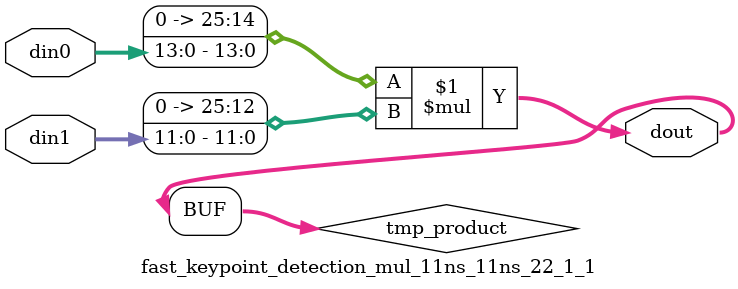
<source format=v>

`timescale 1 ns / 1 ps

 module fast_keypoint_detection_mul_11ns_11ns_22_1_1(din0, din1, dout);
parameter ID = 1;
parameter NUM_STAGE = 0;
parameter din0_WIDTH = 14;
parameter din1_WIDTH = 12;
parameter dout_WIDTH = 26;

input [din0_WIDTH - 1 : 0] din0; 
input [din1_WIDTH - 1 : 0] din1; 
output [dout_WIDTH - 1 : 0] dout;

wire signed [dout_WIDTH - 1 : 0] tmp_product;
























assign tmp_product = $signed({1'b0, din0}) * $signed({1'b0, din1});











assign dout = tmp_product;





















endmodule

</source>
